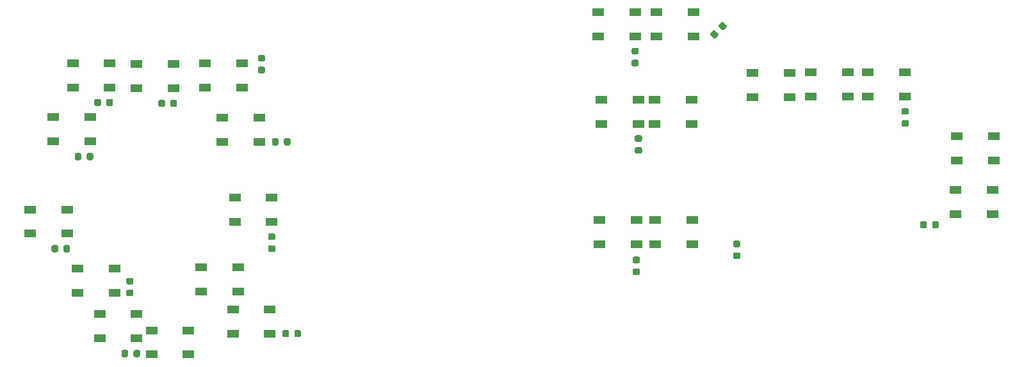
<source format=gbr>
%TF.GenerationSoftware,KiCad,Pcbnew,(5.1.12-1-10_14)*%
%TF.CreationDate,2021-11-25T17:24:51+11:00*%
%TF.ProjectId,FCS Panel PCB V2,46435320-5061-46e6-956c-205043422056,rev?*%
%TF.SameCoordinates,Original*%
%TF.FileFunction,Paste,Top*%
%TF.FilePolarity,Positive*%
%FSLAX46Y46*%
G04 Gerber Fmt 4.6, Leading zero omitted, Abs format (unit mm)*
G04 Created by KiCad (PCBNEW (5.1.12-1-10_14)) date 2021-11-25 17:24:51*
%MOMM*%
%LPD*%
G01*
G04 APERTURE LIST*
%ADD10R,1.500000X1.000000*%
G04 APERTURE END LIST*
%TO.C,R1*%
G36*
G01*
X179877250Y-80556700D02*
X179364750Y-80556700D01*
G75*
G02*
X179146000Y-80337950I0J218750D01*
G01*
X179146000Y-79900450D01*
G75*
G02*
X179364750Y-79681700I218750J0D01*
G01*
X179877250Y-79681700D01*
G75*
G02*
X180096000Y-79900450I0J-218750D01*
G01*
X180096000Y-80337950D01*
G75*
G02*
X179877250Y-80556700I-218750J0D01*
G01*
G37*
G36*
G01*
X179877250Y-82131700D02*
X179364750Y-82131700D01*
G75*
G02*
X179146000Y-81912950I0J218750D01*
G01*
X179146000Y-81475450D01*
G75*
G02*
X179364750Y-81256700I218750J0D01*
G01*
X179877250Y-81256700D01*
G75*
G02*
X180096000Y-81475450I0J-218750D01*
G01*
X180096000Y-81912950D01*
G75*
G02*
X179877250Y-82131700I-218750J0D01*
G01*
G37*
%TD*%
%TO.C,C17*%
G36*
G01*
X104736000Y-61785250D02*
X104736000Y-61272750D01*
G75*
G02*
X104954750Y-61054000I218750J0D01*
G01*
X105392250Y-61054000D01*
G75*
G02*
X105611000Y-61272750I0J-218750D01*
G01*
X105611000Y-61785250D01*
G75*
G02*
X105392250Y-62004000I-218750J0D01*
G01*
X104954750Y-62004000D01*
G75*
G02*
X104736000Y-61785250I0J218750D01*
G01*
G37*
G36*
G01*
X103161000Y-61785250D02*
X103161000Y-61272750D01*
G75*
G02*
X103379750Y-61054000I218750J0D01*
G01*
X103817250Y-61054000D01*
G75*
G02*
X104036000Y-61272750I0J-218750D01*
G01*
X104036000Y-61785250D01*
G75*
G02*
X103817250Y-62004000I-218750J0D01*
G01*
X103379750Y-62004000D01*
G75*
G02*
X103161000Y-61785250I0J218750D01*
G01*
G37*
%TD*%
%TO.C,C16*%
G36*
G01*
X166596250Y-82685200D02*
X166083750Y-82685200D01*
G75*
G02*
X165865000Y-82466450I0J218750D01*
G01*
X165865000Y-82028950D01*
G75*
G02*
X166083750Y-81810200I218750J0D01*
G01*
X166596250Y-81810200D01*
G75*
G02*
X166815000Y-82028950I0J-218750D01*
G01*
X166815000Y-82466450D01*
G75*
G02*
X166596250Y-82685200I-218750J0D01*
G01*
G37*
G36*
G01*
X166596250Y-84260200D02*
X166083750Y-84260200D01*
G75*
G02*
X165865000Y-84041450I0J218750D01*
G01*
X165865000Y-83603950D01*
G75*
G02*
X166083750Y-83385200I218750J0D01*
G01*
X166596250Y-83385200D01*
G75*
G02*
X166815000Y-83603950I0J-218750D01*
G01*
X166815000Y-84041450D01*
G75*
G02*
X166596250Y-84260200I-218750J0D01*
G01*
G37*
%TD*%
%TO.C,C15*%
G36*
G01*
X90608800Y-81015550D02*
X90608800Y-80503050D01*
G75*
G02*
X90827550Y-80284300I218750J0D01*
G01*
X91265050Y-80284300D01*
G75*
G02*
X91483800Y-80503050I0J-218750D01*
G01*
X91483800Y-81015550D01*
G75*
G02*
X91265050Y-81234300I-218750J0D01*
G01*
X90827550Y-81234300D01*
G75*
G02*
X90608800Y-81015550I0J218750D01*
G01*
G37*
G36*
G01*
X89033800Y-81015550D02*
X89033800Y-80503050D01*
G75*
G02*
X89252550Y-80284300I218750J0D01*
G01*
X89690050Y-80284300D01*
G75*
G02*
X89908800Y-80503050I0J-218750D01*
G01*
X89908800Y-81015550D01*
G75*
G02*
X89690050Y-81234300I-218750J0D01*
G01*
X89252550Y-81234300D01*
G75*
G02*
X89033800Y-81015550I0J218750D01*
G01*
G37*
%TD*%
%TO.C,C14*%
G36*
G01*
X99126350Y-86194500D02*
X99638850Y-86194500D01*
G75*
G02*
X99857600Y-86413250I0J-218750D01*
G01*
X99857600Y-86850750D01*
G75*
G02*
X99638850Y-87069500I-218750J0D01*
G01*
X99126350Y-87069500D01*
G75*
G02*
X98907600Y-86850750I0J218750D01*
G01*
X98907600Y-86413250D01*
G75*
G02*
X99126350Y-86194500I218750J0D01*
G01*
G37*
G36*
G01*
X99126350Y-84619500D02*
X99638850Y-84619500D01*
G75*
G02*
X99857600Y-84838250I0J-218750D01*
G01*
X99857600Y-85275750D01*
G75*
G02*
X99638850Y-85494500I-218750J0D01*
G01*
X99126350Y-85494500D01*
G75*
G02*
X98907600Y-85275750I0J218750D01*
G01*
X98907600Y-84838250D01*
G75*
G02*
X99126350Y-84619500I218750J0D01*
G01*
G37*
%TD*%
%TO.C,C13*%
G36*
G01*
X205455000Y-77843050D02*
X205455000Y-77330550D01*
G75*
G02*
X205673750Y-77111800I218750J0D01*
G01*
X206111250Y-77111800D01*
G75*
G02*
X206330000Y-77330550I0J-218750D01*
G01*
X206330000Y-77843050D01*
G75*
G02*
X206111250Y-78061800I-218750J0D01*
G01*
X205673750Y-78061800D01*
G75*
G02*
X205455000Y-77843050I0J218750D01*
G01*
G37*
G36*
G01*
X203880000Y-77843050D02*
X203880000Y-77330550D01*
G75*
G02*
X204098750Y-77111800I218750J0D01*
G01*
X204536250Y-77111800D01*
G75*
G02*
X204755000Y-77330550I0J-218750D01*
G01*
X204755000Y-77843050D01*
G75*
G02*
X204536250Y-78061800I-218750J0D01*
G01*
X204098750Y-78061800D01*
G75*
G02*
X203880000Y-77843050I0J218750D01*
G01*
G37*
%TD*%
%TO.C,C12*%
G36*
G01*
X202148250Y-63023100D02*
X201635750Y-63023100D01*
G75*
G02*
X201417000Y-62804350I0J218750D01*
G01*
X201417000Y-62366850D01*
G75*
G02*
X201635750Y-62148100I218750J0D01*
G01*
X202148250Y-62148100D01*
G75*
G02*
X202367000Y-62366850I0J-218750D01*
G01*
X202367000Y-62804350D01*
G75*
G02*
X202148250Y-63023100I-218750J0D01*
G01*
G37*
G36*
G01*
X202148250Y-64598100D02*
X201635750Y-64598100D01*
G75*
G02*
X201417000Y-64379350I0J218750D01*
G01*
X201417000Y-63941850D01*
G75*
G02*
X201635750Y-63723100I218750J0D01*
G01*
X202148250Y-63723100D01*
G75*
G02*
X202367000Y-63941850I0J-218750D01*
G01*
X202367000Y-64379350D01*
G75*
G02*
X202148250Y-64598100I-218750J0D01*
G01*
G37*
%TD*%
%TO.C,C11*%
G36*
G01*
X166883250Y-66601800D02*
X166370750Y-66601800D01*
G75*
G02*
X166152000Y-66383050I0J218750D01*
G01*
X166152000Y-65945550D01*
G75*
G02*
X166370750Y-65726800I218750J0D01*
G01*
X166883250Y-65726800D01*
G75*
G02*
X167102000Y-65945550I0J-218750D01*
G01*
X167102000Y-66383050D01*
G75*
G02*
X166883250Y-66601800I-218750J0D01*
G01*
G37*
G36*
G01*
X166883250Y-68176800D02*
X166370750Y-68176800D01*
G75*
G02*
X166152000Y-67958050I0J218750D01*
G01*
X166152000Y-67520550D01*
G75*
G02*
X166370750Y-67301800I218750J0D01*
G01*
X166883250Y-67301800D01*
G75*
G02*
X167102000Y-67520550I0J-218750D01*
G01*
X167102000Y-67958050D01*
G75*
G02*
X166883250Y-68176800I-218750J0D01*
G01*
G37*
%TD*%
%TO.C,C10*%
G36*
G01*
X176782316Y-51889291D02*
X177144709Y-52251684D01*
G75*
G02*
X177144709Y-52561044I-154680J-154680D01*
G01*
X176835350Y-52870403D01*
G75*
G02*
X176525990Y-52870403I-154680J154680D01*
G01*
X176163597Y-52508010D01*
G75*
G02*
X176163597Y-52198650I154680J154680D01*
G01*
X176472956Y-51889291D01*
G75*
G02*
X176782316Y-51889291I154680J-154680D01*
G01*
G37*
G36*
G01*
X177896010Y-50775597D02*
X178258403Y-51137990D01*
G75*
G02*
X178258403Y-51447350I-154680J-154680D01*
G01*
X177949044Y-51756709D01*
G75*
G02*
X177639684Y-51756709I-154680J154680D01*
G01*
X177277291Y-51394316D01*
G75*
G02*
X177277291Y-51084956I154680J154680D01*
G01*
X177586650Y-50775597D01*
G75*
G02*
X177896010Y-50775597I154680J-154680D01*
G01*
G37*
%TD*%
%TO.C,C9*%
G36*
G01*
X166458250Y-55032100D02*
X165945750Y-55032100D01*
G75*
G02*
X165727000Y-54813350I0J218750D01*
G01*
X165727000Y-54375850D01*
G75*
G02*
X165945750Y-54157100I218750J0D01*
G01*
X166458250Y-54157100D01*
G75*
G02*
X166677000Y-54375850I0J-218750D01*
G01*
X166677000Y-54813350D01*
G75*
G02*
X166458250Y-55032100I-218750J0D01*
G01*
G37*
G36*
G01*
X166458250Y-56607100D02*
X165945750Y-56607100D01*
G75*
G02*
X165727000Y-56388350I0J218750D01*
G01*
X165727000Y-55950850D01*
G75*
G02*
X165945750Y-55732100I218750J0D01*
G01*
X166458250Y-55732100D01*
G75*
G02*
X166677000Y-55950850I0J-218750D01*
G01*
X166677000Y-56388350D01*
G75*
G02*
X166458250Y-56607100I-218750J0D01*
G01*
G37*
%TD*%
%TO.C,C8*%
G36*
G01*
X119058000Y-66360350D02*
X119058000Y-66872850D01*
G75*
G02*
X118839250Y-67091600I-218750J0D01*
G01*
X118401750Y-67091600D01*
G75*
G02*
X118183000Y-66872850I0J218750D01*
G01*
X118183000Y-66360350D01*
G75*
G02*
X118401750Y-66141600I218750J0D01*
G01*
X118839250Y-66141600D01*
G75*
G02*
X119058000Y-66360350I0J-218750D01*
G01*
G37*
G36*
G01*
X120633000Y-66360350D02*
X120633000Y-66872850D01*
G75*
G02*
X120414250Y-67091600I-218750J0D01*
G01*
X119976750Y-67091600D01*
G75*
G02*
X119758000Y-66872850I0J218750D01*
G01*
X119758000Y-66360350D01*
G75*
G02*
X119976750Y-66141600I218750J0D01*
G01*
X120414250Y-66141600D01*
G75*
G02*
X120633000Y-66360350I0J-218750D01*
G01*
G37*
%TD*%
%TO.C,C7*%
G36*
G01*
X118404250Y-79616900D02*
X117891750Y-79616900D01*
G75*
G02*
X117673000Y-79398150I0J218750D01*
G01*
X117673000Y-78960650D01*
G75*
G02*
X117891750Y-78741900I218750J0D01*
G01*
X118404250Y-78741900D01*
G75*
G02*
X118623000Y-78960650I0J-218750D01*
G01*
X118623000Y-79398150D01*
G75*
G02*
X118404250Y-79616900I-218750J0D01*
G01*
G37*
G36*
G01*
X118404250Y-81191900D02*
X117891750Y-81191900D01*
G75*
G02*
X117673000Y-80973150I0J218750D01*
G01*
X117673000Y-80535650D01*
G75*
G02*
X117891750Y-80316900I218750J0D01*
G01*
X118404250Y-80316900D01*
G75*
G02*
X118623000Y-80535650I0J-218750D01*
G01*
X118623000Y-80973150D01*
G75*
G02*
X118404250Y-81191900I-218750J0D01*
G01*
G37*
%TD*%
%TO.C,C6*%
G36*
G01*
X120430000Y-91747650D02*
X120430000Y-92260150D01*
G75*
G02*
X120211250Y-92478900I-218750J0D01*
G01*
X119773750Y-92478900D01*
G75*
G02*
X119555000Y-92260150I0J218750D01*
G01*
X119555000Y-91747650D01*
G75*
G02*
X119773750Y-91528900I218750J0D01*
G01*
X120211250Y-91528900D01*
G75*
G02*
X120430000Y-91747650I0J-218750D01*
G01*
G37*
G36*
G01*
X122005000Y-91747650D02*
X122005000Y-92260150D01*
G75*
G02*
X121786250Y-92478900I-218750J0D01*
G01*
X121348750Y-92478900D01*
G75*
G02*
X121130000Y-92260150I0J218750D01*
G01*
X121130000Y-91747650D01*
G75*
G02*
X121348750Y-91528900I218750J0D01*
G01*
X121786250Y-91528900D01*
G75*
G02*
X122005000Y-91747650I0J-218750D01*
G01*
G37*
%TD*%
%TO.C,C5*%
G36*
G01*
X99864600Y-94899150D02*
X99864600Y-94386650D01*
G75*
G02*
X100083350Y-94167900I218750J0D01*
G01*
X100520850Y-94167900D01*
G75*
G02*
X100739600Y-94386650I0J-218750D01*
G01*
X100739600Y-94899150D01*
G75*
G02*
X100520850Y-95117900I-218750J0D01*
G01*
X100083350Y-95117900D01*
G75*
G02*
X99864600Y-94899150I0J218750D01*
G01*
G37*
G36*
G01*
X98289600Y-94899150D02*
X98289600Y-94386650D01*
G75*
G02*
X98508350Y-94167900I218750J0D01*
G01*
X98945850Y-94167900D01*
G75*
G02*
X99164600Y-94386650I0J-218750D01*
G01*
X99164600Y-94899150D01*
G75*
G02*
X98945850Y-95117900I-218750J0D01*
G01*
X98508350Y-95117900D01*
G75*
G02*
X98289600Y-94899150I0J218750D01*
G01*
G37*
%TD*%
%TO.C,C4*%
G36*
G01*
X93679700Y-68818450D02*
X93679700Y-68305950D01*
G75*
G02*
X93898450Y-68087200I218750J0D01*
G01*
X94335950Y-68087200D01*
G75*
G02*
X94554700Y-68305950I0J-218750D01*
G01*
X94554700Y-68818450D01*
G75*
G02*
X94335950Y-69037200I-218750J0D01*
G01*
X93898450Y-69037200D01*
G75*
G02*
X93679700Y-68818450I0J218750D01*
G01*
G37*
G36*
G01*
X92104700Y-68818450D02*
X92104700Y-68305950D01*
G75*
G02*
X92323450Y-68087200I218750J0D01*
G01*
X92760950Y-68087200D01*
G75*
G02*
X92979700Y-68305950I0J-218750D01*
G01*
X92979700Y-68818450D01*
G75*
G02*
X92760950Y-69037200I-218750J0D01*
G01*
X92323450Y-69037200D01*
G75*
G02*
X92104700Y-68818450I0J218750D01*
G01*
G37*
%TD*%
%TO.C,C3*%
G36*
G01*
X96267900Y-61653150D02*
X96267900Y-61140650D01*
G75*
G02*
X96486650Y-60921900I218750J0D01*
G01*
X96924150Y-60921900D01*
G75*
G02*
X97142900Y-61140650I0J-218750D01*
G01*
X97142900Y-61653150D01*
G75*
G02*
X96924150Y-61871900I-218750J0D01*
G01*
X96486650Y-61871900D01*
G75*
G02*
X96267900Y-61653150I0J218750D01*
G01*
G37*
G36*
G01*
X94692900Y-61653150D02*
X94692900Y-61140650D01*
G75*
G02*
X94911650Y-60921900I218750J0D01*
G01*
X95349150Y-60921900D01*
G75*
G02*
X95567900Y-61140650I0J-218750D01*
G01*
X95567900Y-61653150D01*
G75*
G02*
X95349150Y-61871900I-218750J0D01*
G01*
X94911650Y-61871900D01*
G75*
G02*
X94692900Y-61653150I0J218750D01*
G01*
G37*
%TD*%
%TO.C,C2*%
G36*
G01*
X116532750Y-56672000D02*
X117045250Y-56672000D01*
G75*
G02*
X117264000Y-56890750I0J-218750D01*
G01*
X117264000Y-57328250D01*
G75*
G02*
X117045250Y-57547000I-218750J0D01*
G01*
X116532750Y-57547000D01*
G75*
G02*
X116314000Y-57328250I0J218750D01*
G01*
X116314000Y-56890750D01*
G75*
G02*
X116532750Y-56672000I218750J0D01*
G01*
G37*
G36*
G01*
X116532750Y-55097000D02*
X117045250Y-55097000D01*
G75*
G02*
X117264000Y-55315750I0J-218750D01*
G01*
X117264000Y-55753250D01*
G75*
G02*
X117045250Y-55972000I-218750J0D01*
G01*
X116532750Y-55972000D01*
G75*
G02*
X116314000Y-55753250I0J218750D01*
G01*
X116314000Y-55315750D01*
G75*
G02*
X116532750Y-55097000I218750J0D01*
G01*
G37*
%TD*%
D10*
%TO.C,D23*%
X208562000Y-72948800D03*
X208562000Y-76148800D03*
X213462000Y-72948800D03*
X213462000Y-76148800D03*
%TD*%
%TO.C,D22*%
X208714000Y-65887600D03*
X208714000Y-69087600D03*
X213614000Y-65887600D03*
X213614000Y-69087600D03*
%TD*%
%TO.C,D21*%
X168836000Y-76962000D03*
X168836000Y-80162000D03*
X173736000Y-76962000D03*
X173736000Y-80162000D03*
%TD*%
%TO.C,D20*%
X161470000Y-76962400D03*
X161470000Y-80162400D03*
X166370000Y-76962400D03*
X166370000Y-80162400D03*
%TD*%
%TO.C,D19*%
X196979000Y-57404000D03*
X196979000Y-60604000D03*
X201879000Y-57404000D03*
X201879000Y-60604000D03*
%TD*%
%TO.C,D18*%
X189433000Y-57404000D03*
X189433000Y-60604000D03*
X194333000Y-57404000D03*
X194333000Y-60604000D03*
%TD*%
%TO.C,D17*%
X181739000Y-57455200D03*
X181739000Y-60655200D03*
X186639000Y-57455200D03*
X186639000Y-60655200D03*
%TD*%
%TO.C,D16*%
X168785000Y-61011200D03*
X168785000Y-64211200D03*
X173685000Y-61011200D03*
X173685000Y-64211200D03*
%TD*%
%TO.C,D15*%
X161724000Y-61010800D03*
X161724000Y-64210800D03*
X166624000Y-61010800D03*
X166624000Y-64210800D03*
%TD*%
%TO.C,D14*%
X168988000Y-49428800D03*
X168988000Y-52628800D03*
X173888000Y-49428800D03*
X173888000Y-52628800D03*
%TD*%
%TO.C,D13*%
X161290000Y-49428400D03*
X161290000Y-52628400D03*
X166190000Y-49428400D03*
X166190000Y-52628400D03*
%TD*%
%TO.C,D12*%
X89244000Y-63322400D03*
X89244000Y-66522400D03*
X94144000Y-63322400D03*
X94144000Y-66522400D03*
%TD*%
%TO.C,D11*%
X86196000Y-75565200D03*
X86196000Y-78765200D03*
X91096000Y-75565200D03*
X91096000Y-78765200D03*
%TD*%
%TO.C,D10*%
X92506800Y-83413600D03*
X92506800Y-86613600D03*
X97406800Y-83413600D03*
X97406800Y-86613600D03*
%TD*%
%TO.C,D9*%
X95390800Y-89433600D03*
X95390800Y-92633600D03*
X100290800Y-89433600D03*
X100290800Y-92633600D03*
%TD*%
%TO.C,D8*%
X102249000Y-91567200D03*
X102249000Y-94767200D03*
X107149000Y-91567200D03*
X107149000Y-94767200D03*
%TD*%
%TO.C,D7*%
X113007000Y-88798400D03*
X113007000Y-91998400D03*
X117907000Y-88798400D03*
X117907000Y-91998400D03*
%TD*%
%TO.C,D6*%
X108841000Y-83210400D03*
X108841000Y-86410400D03*
X113741000Y-83210400D03*
X113741000Y-86410400D03*
%TD*%
%TO.C,D5*%
X113261000Y-74015600D03*
X113261000Y-77215600D03*
X118161000Y-74015600D03*
X118161000Y-77215600D03*
%TD*%
%TO.C,D4*%
X111596000Y-63424000D03*
X111596000Y-66624000D03*
X116496000Y-63424000D03*
X116496000Y-66624000D03*
%TD*%
%TO.C,D3*%
X109298000Y-56235600D03*
X109298000Y-59435600D03*
X114198000Y-56235600D03*
X114198000Y-59435600D03*
%TD*%
%TO.C,D2*%
X100279000Y-56286400D03*
X100279000Y-59486400D03*
X105179000Y-56286400D03*
X105179000Y-59486400D03*
%TD*%
%TO.C,D1*%
X91834800Y-56210400D03*
X91834800Y-59410400D03*
X96734800Y-56210400D03*
X96734800Y-59410400D03*
%TD*%
M02*

</source>
